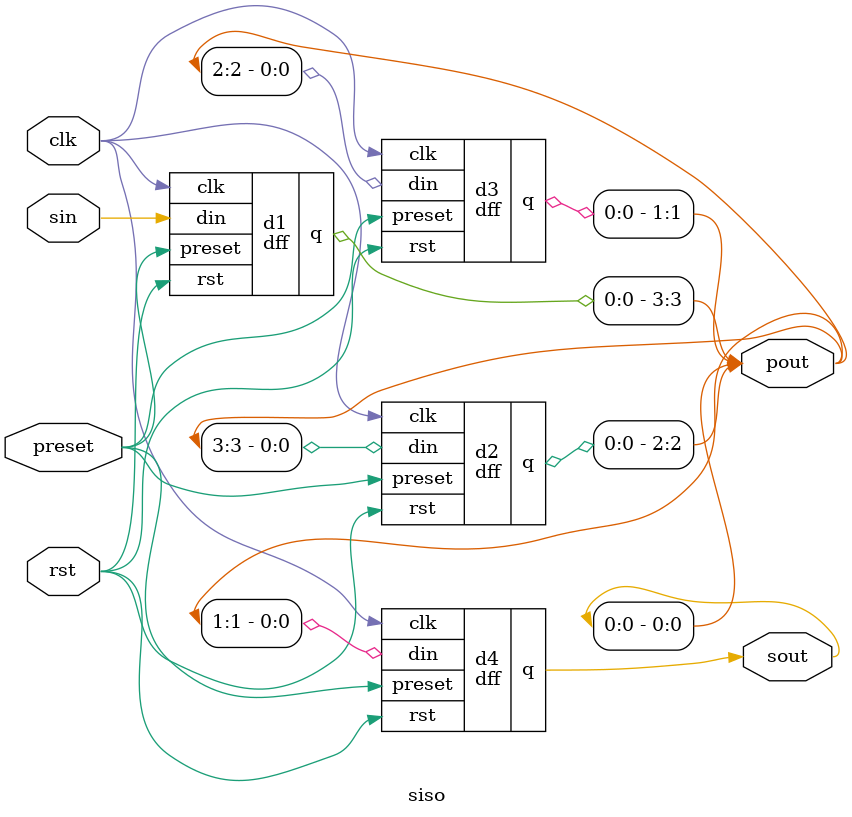
<source format=v>
module dff(clk,rst,preset,din,q);
	input clk,rst,preset,din;
	output reg q;
	always@(posedge clk or posedge rst or posedge preset)begin
		if(rst) q <= 0;
		else if(preset) q<=1;
		else q<=din;
	end
endmodule


module siso(clk,rst,preset,sin,pout,sout);
	input clk,rst,preset,sin;
	output [3:0] pout;
	output sout;
	
	dff d1(clk,rst,preset,sin,pout[3]);
	dff d2(clk,rst,preset,pout[3],pout[2]);
	dff d3(clk,rst,preset,pout[2],pout[1]);
	dff d4(clk,rst,preset,pout[1],pout[0]);

	assign sout=pout[0];

endmodule 


</source>
